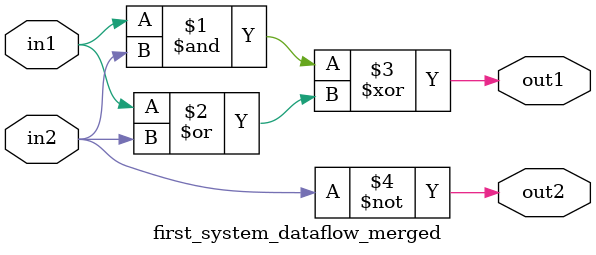
<source format=v>
`timescale 1ns / 1ps


module first_system_dataflow_merged(out1,out2,in1,in2);

//port definition
input in1,in2;
output out1,out2;

//description of the digital system
// dataflow modeling in merged form

assign out1 = (in1 & in2) ^ (in1 | in2);
assign out2 = ~ in2;

endmodule

</source>
